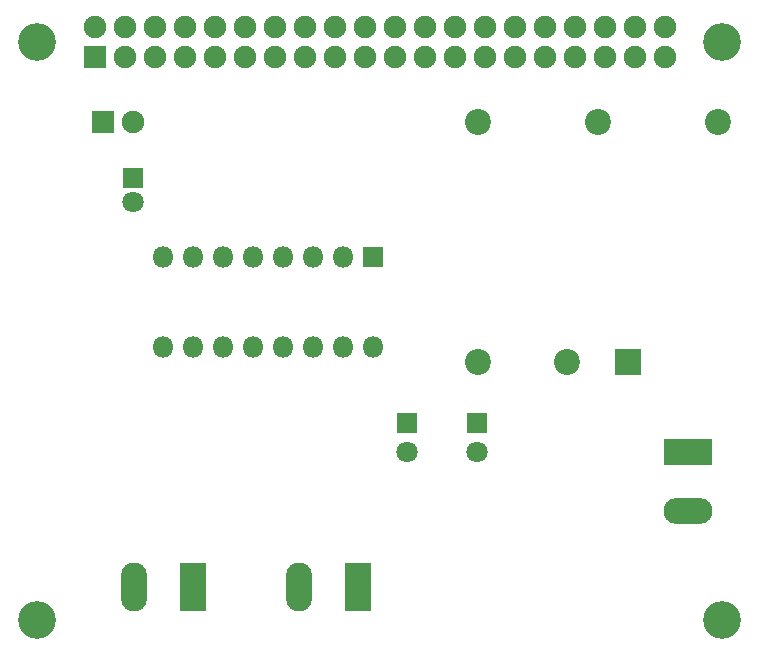
<source format=gts>
G04 #@! TF.GenerationSoftware,KiCad,Pcbnew,(5.1.6)-1*
G04 #@! TF.CreationDate,2020-08-19T12:55:17-04:00*
G04 #@! TF.ProjectId,actuators-rev2,61637475-6174-46f7-9273-2d726576322e,rev?*
G04 #@! TF.SameCoordinates,Original*
G04 #@! TF.FileFunction,Soldermask,Top*
G04 #@! TF.FilePolarity,Negative*
%FSLAX46Y46*%
G04 Gerber Fmt 4.6, Leading zero omitted, Abs format (unit mm)*
G04 Created by KiCad (PCBNEW (5.1.6)-1) date 2020-08-19 12:55:17*
%MOMM*%
%LPD*%
G01*
G04 APERTURE LIST*
%ADD10R,1.800000X1.800000*%
%ADD11O,1.800000X1.800000*%
%ADD12R,1.900000X1.900000*%
%ADD13O,1.900000X1.900000*%
%ADD14C,3.200000*%
%ADD15O,2.180000X4.160000*%
%ADD16R,2.180000X4.160000*%
%ADD17R,2.200000X2.200000*%
%ADD18C,2.200000*%
%ADD19R,4.160000X2.180000*%
%ADD20O,4.160000X2.180000*%
%ADD21C,1.800000*%
G04 APERTURE END LIST*
D10*
X110490000Y-82550000D03*
D11*
X92710000Y-90170000D03*
X107950000Y-82550000D03*
X95250000Y-90170000D03*
X105410000Y-82550000D03*
X97790000Y-90170000D03*
X102870000Y-82550000D03*
X100330000Y-90170000D03*
X100330000Y-82550000D03*
X102870000Y-90170000D03*
X97790000Y-82550000D03*
X105410000Y-90170000D03*
X95250000Y-82550000D03*
X107950000Y-90170000D03*
X92710000Y-82550000D03*
X110490000Y-90170000D03*
D12*
X86920000Y-65590000D03*
D13*
X86920000Y-63050000D03*
X89460000Y-65590000D03*
X89460000Y-63050000D03*
X92000000Y-65590000D03*
X92000000Y-63050000D03*
X94540000Y-65590000D03*
X94540000Y-63050000D03*
X97080000Y-65590000D03*
X97080000Y-63050000D03*
X99620000Y-65590000D03*
X99620000Y-63050000D03*
X102160000Y-65590000D03*
X102160000Y-63050000D03*
X104700000Y-65590000D03*
X104700000Y-63050000D03*
X107240000Y-65590000D03*
X107240000Y-63050000D03*
X109780000Y-65590000D03*
X109780000Y-63050000D03*
X112320000Y-65590000D03*
X112320000Y-63050000D03*
X114860000Y-65590000D03*
X114860000Y-63050000D03*
X117400000Y-65590000D03*
X117400000Y-63050000D03*
X119940000Y-65590000D03*
X119940000Y-63050000D03*
X122480000Y-65590000D03*
X122480000Y-63050000D03*
X125020000Y-65590000D03*
X125020000Y-63050000D03*
X127560000Y-65590000D03*
X127560000Y-63050000D03*
X130100000Y-65590000D03*
X130100000Y-63050000D03*
X132640000Y-65590000D03*
X132640000Y-63050000D03*
X135180000Y-65590000D03*
X135180000Y-63050000D03*
D14*
X82040000Y-64310000D03*
X140040000Y-64330000D03*
X82040000Y-113320000D03*
X140030000Y-113310000D03*
D15*
X104220000Y-110490000D03*
D16*
X109220000Y-110490000D03*
X95250000Y-110490000D03*
D15*
X90250000Y-110490000D03*
D17*
X132040000Y-91430000D03*
D18*
X126940000Y-91430000D03*
X139740000Y-71130000D03*
X129540000Y-71130000D03*
X119340000Y-71130000D03*
X119340000Y-91430000D03*
D12*
X87630000Y-71120000D03*
D13*
X90170000Y-71120000D03*
D19*
X137160000Y-99060000D03*
D20*
X137160000Y-104060000D03*
D10*
X90170000Y-75882500D03*
D21*
X90170000Y-77882500D03*
X113411000Y-99073276D03*
D10*
X113411000Y-96573276D03*
X119335499Y-96573276D03*
D21*
X119335499Y-99073276D03*
M02*

</source>
